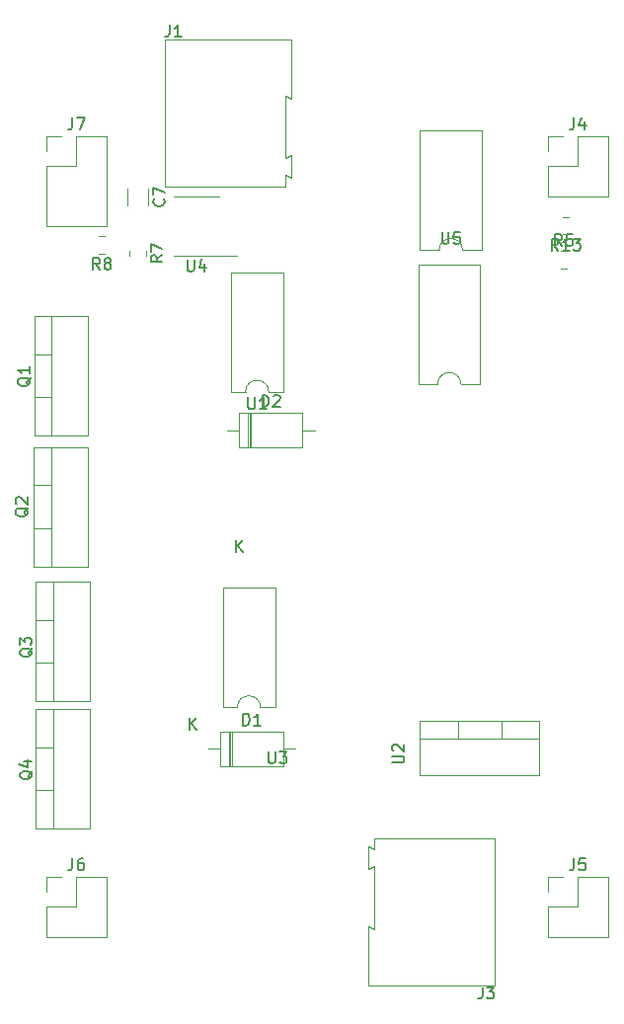
<source format=gbr>
%TF.GenerationSoftware,KiCad,Pcbnew,7.0.5*%
%TF.CreationDate,2023-11-23T21:46:28-03:00*%
%TF.ProjectId,Inversor,496e7665-7273-46f7-922e-6b696361645f,rev?*%
%TF.SameCoordinates,Original*%
%TF.FileFunction,Legend,Top*%
%TF.FilePolarity,Positive*%
%FSLAX46Y46*%
G04 Gerber Fmt 4.6, Leading zero omitted, Abs format (unit mm)*
G04 Created by KiCad (PCBNEW 7.0.5) date 2023-11-23 21:46:28*
%MOMM*%
%LPD*%
G01*
G04 APERTURE LIST*
%ADD10C,0.150000*%
%ADD11C,0.120000*%
G04 APERTURE END LIST*
D10*
%TO.C,U4*%
X70488095Y-74364819D02*
X70488095Y-75174342D01*
X70488095Y-75174342D02*
X70535714Y-75269580D01*
X70535714Y-75269580D02*
X70583333Y-75317200D01*
X70583333Y-75317200D02*
X70678571Y-75364819D01*
X70678571Y-75364819D02*
X70869047Y-75364819D01*
X70869047Y-75364819D02*
X70964285Y-75317200D01*
X70964285Y-75317200D02*
X71011904Y-75269580D01*
X71011904Y-75269580D02*
X71059523Y-75174342D01*
X71059523Y-75174342D02*
X71059523Y-74364819D01*
X71964285Y-74698152D02*
X71964285Y-75364819D01*
X71726190Y-74317200D02*
X71488095Y-75031485D01*
X71488095Y-75031485D02*
X72107142Y-75031485D01*
%TO.C,R8*%
X62983333Y-75224819D02*
X62650000Y-74748628D01*
X62411905Y-75224819D02*
X62411905Y-74224819D01*
X62411905Y-74224819D02*
X62792857Y-74224819D01*
X62792857Y-74224819D02*
X62888095Y-74272438D01*
X62888095Y-74272438D02*
X62935714Y-74320057D01*
X62935714Y-74320057D02*
X62983333Y-74415295D01*
X62983333Y-74415295D02*
X62983333Y-74558152D01*
X62983333Y-74558152D02*
X62935714Y-74653390D01*
X62935714Y-74653390D02*
X62888095Y-74701009D01*
X62888095Y-74701009D02*
X62792857Y-74748628D01*
X62792857Y-74748628D02*
X62411905Y-74748628D01*
X63554762Y-74653390D02*
X63459524Y-74605771D01*
X63459524Y-74605771D02*
X63411905Y-74558152D01*
X63411905Y-74558152D02*
X63364286Y-74462914D01*
X63364286Y-74462914D02*
X63364286Y-74415295D01*
X63364286Y-74415295D02*
X63411905Y-74320057D01*
X63411905Y-74320057D02*
X63459524Y-74272438D01*
X63459524Y-74272438D02*
X63554762Y-74224819D01*
X63554762Y-74224819D02*
X63745238Y-74224819D01*
X63745238Y-74224819D02*
X63840476Y-74272438D01*
X63840476Y-74272438D02*
X63888095Y-74320057D01*
X63888095Y-74320057D02*
X63935714Y-74415295D01*
X63935714Y-74415295D02*
X63935714Y-74462914D01*
X63935714Y-74462914D02*
X63888095Y-74558152D01*
X63888095Y-74558152D02*
X63840476Y-74605771D01*
X63840476Y-74605771D02*
X63745238Y-74653390D01*
X63745238Y-74653390D02*
X63554762Y-74653390D01*
X63554762Y-74653390D02*
X63459524Y-74701009D01*
X63459524Y-74701009D02*
X63411905Y-74748628D01*
X63411905Y-74748628D02*
X63364286Y-74843866D01*
X63364286Y-74843866D02*
X63364286Y-75034342D01*
X63364286Y-75034342D02*
X63411905Y-75129580D01*
X63411905Y-75129580D02*
X63459524Y-75177200D01*
X63459524Y-75177200D02*
X63554762Y-75224819D01*
X63554762Y-75224819D02*
X63745238Y-75224819D01*
X63745238Y-75224819D02*
X63840476Y-75177200D01*
X63840476Y-75177200D02*
X63888095Y-75129580D01*
X63888095Y-75129580D02*
X63935714Y-75034342D01*
X63935714Y-75034342D02*
X63935714Y-74843866D01*
X63935714Y-74843866D02*
X63888095Y-74748628D01*
X63888095Y-74748628D02*
X63840476Y-74701009D01*
X63840476Y-74701009D02*
X63745238Y-74653390D01*
%TO.C,R7*%
X68334819Y-73996666D02*
X67858628Y-74329999D01*
X68334819Y-74568094D02*
X67334819Y-74568094D01*
X67334819Y-74568094D02*
X67334819Y-74187142D01*
X67334819Y-74187142D02*
X67382438Y-74091904D01*
X67382438Y-74091904D02*
X67430057Y-74044285D01*
X67430057Y-74044285D02*
X67525295Y-73996666D01*
X67525295Y-73996666D02*
X67668152Y-73996666D01*
X67668152Y-73996666D02*
X67763390Y-74044285D01*
X67763390Y-74044285D02*
X67811009Y-74091904D01*
X67811009Y-74091904D02*
X67858628Y-74187142D01*
X67858628Y-74187142D02*
X67858628Y-74568094D01*
X67334819Y-73663332D02*
X67334819Y-72996666D01*
X67334819Y-72996666D02*
X68334819Y-73425237D01*
%TO.C,Q2*%
X56865057Y-95645238D02*
X56817438Y-95740476D01*
X56817438Y-95740476D02*
X56722200Y-95835714D01*
X56722200Y-95835714D02*
X56579342Y-95978571D01*
X56579342Y-95978571D02*
X56531723Y-96073809D01*
X56531723Y-96073809D02*
X56531723Y-96169047D01*
X56769819Y-96121428D02*
X56722200Y-96216666D01*
X56722200Y-96216666D02*
X56626961Y-96311904D01*
X56626961Y-96311904D02*
X56436485Y-96359523D01*
X56436485Y-96359523D02*
X56103152Y-96359523D01*
X56103152Y-96359523D02*
X55912676Y-96311904D01*
X55912676Y-96311904D02*
X55817438Y-96216666D01*
X55817438Y-96216666D02*
X55769819Y-96121428D01*
X55769819Y-96121428D02*
X55769819Y-95930952D01*
X55769819Y-95930952D02*
X55817438Y-95835714D01*
X55817438Y-95835714D02*
X55912676Y-95740476D01*
X55912676Y-95740476D02*
X56103152Y-95692857D01*
X56103152Y-95692857D02*
X56436485Y-95692857D01*
X56436485Y-95692857D02*
X56626961Y-95740476D01*
X56626961Y-95740476D02*
X56722200Y-95835714D01*
X56722200Y-95835714D02*
X56769819Y-95930952D01*
X56769819Y-95930952D02*
X56769819Y-96121428D01*
X55865057Y-95311904D02*
X55817438Y-95264285D01*
X55817438Y-95264285D02*
X55769819Y-95169047D01*
X55769819Y-95169047D02*
X55769819Y-94930952D01*
X55769819Y-94930952D02*
X55817438Y-94835714D01*
X55817438Y-94835714D02*
X55865057Y-94788095D01*
X55865057Y-94788095D02*
X55960295Y-94740476D01*
X55960295Y-94740476D02*
X56055533Y-94740476D01*
X56055533Y-94740476D02*
X56198390Y-94788095D01*
X56198390Y-94788095D02*
X56769819Y-95359523D01*
X56769819Y-95359523D02*
X56769819Y-94740476D01*
%TO.C,J1*%
X68976666Y-54254819D02*
X68976666Y-54969104D01*
X68976666Y-54969104D02*
X68929047Y-55111961D01*
X68929047Y-55111961D02*
X68833809Y-55207200D01*
X68833809Y-55207200D02*
X68690952Y-55254819D01*
X68690952Y-55254819D02*
X68595714Y-55254819D01*
X69976666Y-55254819D02*
X69405238Y-55254819D01*
X69690952Y-55254819D02*
X69690952Y-54254819D01*
X69690952Y-54254819D02*
X69595714Y-54397676D01*
X69595714Y-54397676D02*
X69500476Y-54492914D01*
X69500476Y-54492914D02*
X69405238Y-54540533D01*
%TO.C,D2*%
X76911905Y-86984819D02*
X76911905Y-85984819D01*
X76911905Y-85984819D02*
X77150000Y-85984819D01*
X77150000Y-85984819D02*
X77292857Y-86032438D01*
X77292857Y-86032438D02*
X77388095Y-86127676D01*
X77388095Y-86127676D02*
X77435714Y-86222914D01*
X77435714Y-86222914D02*
X77483333Y-86413390D01*
X77483333Y-86413390D02*
X77483333Y-86556247D01*
X77483333Y-86556247D02*
X77435714Y-86746723D01*
X77435714Y-86746723D02*
X77388095Y-86841961D01*
X77388095Y-86841961D02*
X77292857Y-86937200D01*
X77292857Y-86937200D02*
X77150000Y-86984819D01*
X77150000Y-86984819D02*
X76911905Y-86984819D01*
X77864286Y-86080057D02*
X77911905Y-86032438D01*
X77911905Y-86032438D02*
X78007143Y-85984819D01*
X78007143Y-85984819D02*
X78245238Y-85984819D01*
X78245238Y-85984819D02*
X78340476Y-86032438D01*
X78340476Y-86032438D02*
X78388095Y-86080057D01*
X78388095Y-86080057D02*
X78435714Y-86175295D01*
X78435714Y-86175295D02*
X78435714Y-86270533D01*
X78435714Y-86270533D02*
X78388095Y-86413390D01*
X78388095Y-86413390D02*
X77816667Y-86984819D01*
X77816667Y-86984819D02*
X78435714Y-86984819D01*
X74635595Y-99414819D02*
X74635595Y-98414819D01*
X75207023Y-99414819D02*
X74778452Y-98843390D01*
X75207023Y-98414819D02*
X74635595Y-98986247D01*
%TO.C,J7*%
X60641666Y-62211069D02*
X60641666Y-62925354D01*
X60641666Y-62925354D02*
X60594047Y-63068211D01*
X60594047Y-63068211D02*
X60498809Y-63163450D01*
X60498809Y-63163450D02*
X60355952Y-63211069D01*
X60355952Y-63211069D02*
X60260714Y-63211069D01*
X61022619Y-62211069D02*
X61689285Y-62211069D01*
X61689285Y-62211069D02*
X61260714Y-63211069D01*
%TO.C,U5*%
X92318095Y-72014819D02*
X92318095Y-72824342D01*
X92318095Y-72824342D02*
X92365714Y-72919580D01*
X92365714Y-72919580D02*
X92413333Y-72967200D01*
X92413333Y-72967200D02*
X92508571Y-73014819D01*
X92508571Y-73014819D02*
X92699047Y-73014819D01*
X92699047Y-73014819D02*
X92794285Y-72967200D01*
X92794285Y-72967200D02*
X92841904Y-72919580D01*
X92841904Y-72919580D02*
X92889523Y-72824342D01*
X92889523Y-72824342D02*
X92889523Y-72014819D01*
X93841904Y-72014819D02*
X93365714Y-72014819D01*
X93365714Y-72014819D02*
X93318095Y-72491009D01*
X93318095Y-72491009D02*
X93365714Y-72443390D01*
X93365714Y-72443390D02*
X93460952Y-72395771D01*
X93460952Y-72395771D02*
X93699047Y-72395771D01*
X93699047Y-72395771D02*
X93794285Y-72443390D01*
X93794285Y-72443390D02*
X93841904Y-72491009D01*
X93841904Y-72491009D02*
X93889523Y-72586247D01*
X93889523Y-72586247D02*
X93889523Y-72824342D01*
X93889523Y-72824342D02*
X93841904Y-72919580D01*
X93841904Y-72919580D02*
X93794285Y-72967200D01*
X93794285Y-72967200D02*
X93699047Y-73014819D01*
X93699047Y-73014819D02*
X93460952Y-73014819D01*
X93460952Y-73014819D02*
X93365714Y-72967200D01*
X93365714Y-72967200D02*
X93318095Y-72919580D01*
%TO.C,J4*%
X103641666Y-62211069D02*
X103641666Y-62925354D01*
X103641666Y-62925354D02*
X103594047Y-63068211D01*
X103594047Y-63068211D02*
X103498809Y-63163450D01*
X103498809Y-63163450D02*
X103355952Y-63211069D01*
X103355952Y-63211069D02*
X103260714Y-63211069D01*
X104546428Y-62544402D02*
X104546428Y-63211069D01*
X104308333Y-62163450D02*
X104070238Y-62877735D01*
X104070238Y-62877735D02*
X104689285Y-62877735D01*
%TO.C,Q1*%
X57052857Y-84464838D02*
X57005238Y-84560076D01*
X57005238Y-84560076D02*
X56910000Y-84655314D01*
X56910000Y-84655314D02*
X56767142Y-84798171D01*
X56767142Y-84798171D02*
X56719523Y-84893409D01*
X56719523Y-84893409D02*
X56719523Y-84988647D01*
X56957619Y-84941028D02*
X56910000Y-85036266D01*
X56910000Y-85036266D02*
X56814761Y-85131504D01*
X56814761Y-85131504D02*
X56624285Y-85179123D01*
X56624285Y-85179123D02*
X56290952Y-85179123D01*
X56290952Y-85179123D02*
X56100476Y-85131504D01*
X56100476Y-85131504D02*
X56005238Y-85036266D01*
X56005238Y-85036266D02*
X55957619Y-84941028D01*
X55957619Y-84941028D02*
X55957619Y-84750552D01*
X55957619Y-84750552D02*
X56005238Y-84655314D01*
X56005238Y-84655314D02*
X56100476Y-84560076D01*
X56100476Y-84560076D02*
X56290952Y-84512457D01*
X56290952Y-84512457D02*
X56624285Y-84512457D01*
X56624285Y-84512457D02*
X56814761Y-84560076D01*
X56814761Y-84560076D02*
X56910000Y-84655314D01*
X56910000Y-84655314D02*
X56957619Y-84750552D01*
X56957619Y-84750552D02*
X56957619Y-84941028D01*
X56957619Y-83560076D02*
X56957619Y-84131504D01*
X56957619Y-83845790D02*
X55957619Y-83845790D01*
X55957619Y-83845790D02*
X56100476Y-83941028D01*
X56100476Y-83941028D02*
X56195714Y-84036266D01*
X56195714Y-84036266D02*
X56243333Y-84131504D01*
%TO.C,U1*%
X75703095Y-86174819D02*
X75703095Y-86984342D01*
X75703095Y-86984342D02*
X75750714Y-87079580D01*
X75750714Y-87079580D02*
X75798333Y-87127200D01*
X75798333Y-87127200D02*
X75893571Y-87174819D01*
X75893571Y-87174819D02*
X76084047Y-87174819D01*
X76084047Y-87174819D02*
X76179285Y-87127200D01*
X76179285Y-87127200D02*
X76226904Y-87079580D01*
X76226904Y-87079580D02*
X76274523Y-86984342D01*
X76274523Y-86984342D02*
X76274523Y-86174819D01*
X77274523Y-87174819D02*
X76703095Y-87174819D01*
X76988809Y-87174819D02*
X76988809Y-86174819D01*
X76988809Y-86174819D02*
X76893571Y-86317676D01*
X76893571Y-86317676D02*
X76798333Y-86412914D01*
X76798333Y-86412914D02*
X76703095Y-86460533D01*
%TO.C,Q3*%
X57218857Y-107679638D02*
X57171238Y-107774876D01*
X57171238Y-107774876D02*
X57076000Y-107870114D01*
X57076000Y-107870114D02*
X56933142Y-108012971D01*
X56933142Y-108012971D02*
X56885523Y-108108209D01*
X56885523Y-108108209D02*
X56885523Y-108203447D01*
X57123619Y-108155828D02*
X57076000Y-108251066D01*
X57076000Y-108251066D02*
X56980761Y-108346304D01*
X56980761Y-108346304D02*
X56790285Y-108393923D01*
X56790285Y-108393923D02*
X56456952Y-108393923D01*
X56456952Y-108393923D02*
X56266476Y-108346304D01*
X56266476Y-108346304D02*
X56171238Y-108251066D01*
X56171238Y-108251066D02*
X56123619Y-108155828D01*
X56123619Y-108155828D02*
X56123619Y-107965352D01*
X56123619Y-107965352D02*
X56171238Y-107870114D01*
X56171238Y-107870114D02*
X56266476Y-107774876D01*
X56266476Y-107774876D02*
X56456952Y-107727257D01*
X56456952Y-107727257D02*
X56790285Y-107727257D01*
X56790285Y-107727257D02*
X56980761Y-107774876D01*
X56980761Y-107774876D02*
X57076000Y-107870114D01*
X57076000Y-107870114D02*
X57123619Y-107965352D01*
X57123619Y-107965352D02*
X57123619Y-108155828D01*
X56123619Y-107393923D02*
X56123619Y-106774876D01*
X56123619Y-106774876D02*
X56504571Y-107108209D01*
X56504571Y-107108209D02*
X56504571Y-106965352D01*
X56504571Y-106965352D02*
X56552190Y-106870114D01*
X56552190Y-106870114D02*
X56599809Y-106822495D01*
X56599809Y-106822495D02*
X56695047Y-106774876D01*
X56695047Y-106774876D02*
X56933142Y-106774876D01*
X56933142Y-106774876D02*
X57028380Y-106822495D01*
X57028380Y-106822495D02*
X57076000Y-106870114D01*
X57076000Y-106870114D02*
X57123619Y-106965352D01*
X57123619Y-106965352D02*
X57123619Y-107251066D01*
X57123619Y-107251066D02*
X57076000Y-107346304D01*
X57076000Y-107346304D02*
X57028380Y-107393923D01*
%TO.C,J6*%
X60641666Y-125711069D02*
X60641666Y-126425354D01*
X60641666Y-126425354D02*
X60594047Y-126568211D01*
X60594047Y-126568211D02*
X60498809Y-126663450D01*
X60498809Y-126663450D02*
X60355952Y-126711069D01*
X60355952Y-126711069D02*
X60260714Y-126711069D01*
X61546428Y-125711069D02*
X61355952Y-125711069D01*
X61355952Y-125711069D02*
X61260714Y-125758688D01*
X61260714Y-125758688D02*
X61213095Y-125806307D01*
X61213095Y-125806307D02*
X61117857Y-125949164D01*
X61117857Y-125949164D02*
X61070238Y-126139640D01*
X61070238Y-126139640D02*
X61070238Y-126520592D01*
X61070238Y-126520592D02*
X61117857Y-126615830D01*
X61117857Y-126615830D02*
X61165476Y-126663450D01*
X61165476Y-126663450D02*
X61260714Y-126711069D01*
X61260714Y-126711069D02*
X61451190Y-126711069D01*
X61451190Y-126711069D02*
X61546428Y-126663450D01*
X61546428Y-126663450D02*
X61594047Y-126615830D01*
X61594047Y-126615830D02*
X61641666Y-126520592D01*
X61641666Y-126520592D02*
X61641666Y-126282497D01*
X61641666Y-126282497D02*
X61594047Y-126187259D01*
X61594047Y-126187259D02*
X61546428Y-126139640D01*
X61546428Y-126139640D02*
X61451190Y-126092021D01*
X61451190Y-126092021D02*
X61260714Y-126092021D01*
X61260714Y-126092021D02*
X61165476Y-126139640D01*
X61165476Y-126139640D02*
X61117857Y-126187259D01*
X61117857Y-126187259D02*
X61070238Y-126282497D01*
%TO.C,U2*%
X88054819Y-117496904D02*
X88864342Y-117496904D01*
X88864342Y-117496904D02*
X88959580Y-117449285D01*
X88959580Y-117449285D02*
X89007200Y-117401666D01*
X89007200Y-117401666D02*
X89054819Y-117306428D01*
X89054819Y-117306428D02*
X89054819Y-117115952D01*
X89054819Y-117115952D02*
X89007200Y-117020714D01*
X89007200Y-117020714D02*
X88959580Y-116973095D01*
X88959580Y-116973095D02*
X88864342Y-116925476D01*
X88864342Y-116925476D02*
X88054819Y-116925476D01*
X88150057Y-116496904D02*
X88102438Y-116449285D01*
X88102438Y-116449285D02*
X88054819Y-116354047D01*
X88054819Y-116354047D02*
X88054819Y-116115952D01*
X88054819Y-116115952D02*
X88102438Y-116020714D01*
X88102438Y-116020714D02*
X88150057Y-115973095D01*
X88150057Y-115973095D02*
X88245295Y-115925476D01*
X88245295Y-115925476D02*
X88340533Y-115925476D01*
X88340533Y-115925476D02*
X88483390Y-115973095D01*
X88483390Y-115973095D02*
X89054819Y-116544523D01*
X89054819Y-116544523D02*
X89054819Y-115925476D01*
%TO.C,J5*%
X103641666Y-125711069D02*
X103641666Y-126425354D01*
X103641666Y-126425354D02*
X103594047Y-126568211D01*
X103594047Y-126568211D02*
X103498809Y-126663450D01*
X103498809Y-126663450D02*
X103355952Y-126711069D01*
X103355952Y-126711069D02*
X103260714Y-126711069D01*
X104594047Y-125711069D02*
X104117857Y-125711069D01*
X104117857Y-125711069D02*
X104070238Y-126187259D01*
X104070238Y-126187259D02*
X104117857Y-126139640D01*
X104117857Y-126139640D02*
X104213095Y-126092021D01*
X104213095Y-126092021D02*
X104451190Y-126092021D01*
X104451190Y-126092021D02*
X104546428Y-126139640D01*
X104546428Y-126139640D02*
X104594047Y-126187259D01*
X104594047Y-126187259D02*
X104641666Y-126282497D01*
X104641666Y-126282497D02*
X104641666Y-126520592D01*
X104641666Y-126520592D02*
X104594047Y-126615830D01*
X104594047Y-126615830D02*
X104546428Y-126663450D01*
X104546428Y-126663450D02*
X104451190Y-126711069D01*
X104451190Y-126711069D02*
X104213095Y-126711069D01*
X104213095Y-126711069D02*
X104117857Y-126663450D01*
X104117857Y-126663450D02*
X104070238Y-126615830D01*
%TO.C,D1*%
X75261905Y-114299819D02*
X75261905Y-113299819D01*
X75261905Y-113299819D02*
X75500000Y-113299819D01*
X75500000Y-113299819D02*
X75642857Y-113347438D01*
X75642857Y-113347438D02*
X75738095Y-113442676D01*
X75738095Y-113442676D02*
X75785714Y-113537914D01*
X75785714Y-113537914D02*
X75833333Y-113728390D01*
X75833333Y-113728390D02*
X75833333Y-113871247D01*
X75833333Y-113871247D02*
X75785714Y-114061723D01*
X75785714Y-114061723D02*
X75738095Y-114156961D01*
X75738095Y-114156961D02*
X75642857Y-114252200D01*
X75642857Y-114252200D02*
X75500000Y-114299819D01*
X75500000Y-114299819D02*
X75261905Y-114299819D01*
X76785714Y-114299819D02*
X76214286Y-114299819D01*
X76500000Y-114299819D02*
X76500000Y-113299819D01*
X76500000Y-113299819D02*
X76404762Y-113442676D01*
X76404762Y-113442676D02*
X76309524Y-113537914D01*
X76309524Y-113537914D02*
X76214286Y-113585533D01*
X70658095Y-114669819D02*
X70658095Y-113669819D01*
X71229523Y-114669819D02*
X70800952Y-114098390D01*
X71229523Y-113669819D02*
X70658095Y-114241247D01*
%TO.C,J3*%
X95781666Y-136744819D02*
X95781666Y-137459104D01*
X95781666Y-137459104D02*
X95734047Y-137601961D01*
X95734047Y-137601961D02*
X95638809Y-137697200D01*
X95638809Y-137697200D02*
X95495952Y-137744819D01*
X95495952Y-137744819D02*
X95400714Y-137744819D01*
X96162619Y-136744819D02*
X96781666Y-136744819D01*
X96781666Y-136744819D02*
X96448333Y-137125771D01*
X96448333Y-137125771D02*
X96591190Y-137125771D01*
X96591190Y-137125771D02*
X96686428Y-137173390D01*
X96686428Y-137173390D02*
X96734047Y-137221009D01*
X96734047Y-137221009D02*
X96781666Y-137316247D01*
X96781666Y-137316247D02*
X96781666Y-137554342D01*
X96781666Y-137554342D02*
X96734047Y-137649580D01*
X96734047Y-137649580D02*
X96686428Y-137697200D01*
X96686428Y-137697200D02*
X96591190Y-137744819D01*
X96591190Y-137744819D02*
X96305476Y-137744819D01*
X96305476Y-137744819D02*
X96210238Y-137697200D01*
X96210238Y-137697200D02*
X96162619Y-137649580D01*
%TO.C,Q4*%
X57208857Y-118194638D02*
X57161238Y-118289876D01*
X57161238Y-118289876D02*
X57066000Y-118385114D01*
X57066000Y-118385114D02*
X56923142Y-118527971D01*
X56923142Y-118527971D02*
X56875523Y-118623209D01*
X56875523Y-118623209D02*
X56875523Y-118718447D01*
X57113619Y-118670828D02*
X57066000Y-118766066D01*
X57066000Y-118766066D02*
X56970761Y-118861304D01*
X56970761Y-118861304D02*
X56780285Y-118908923D01*
X56780285Y-118908923D02*
X56446952Y-118908923D01*
X56446952Y-118908923D02*
X56256476Y-118861304D01*
X56256476Y-118861304D02*
X56161238Y-118766066D01*
X56161238Y-118766066D02*
X56113619Y-118670828D01*
X56113619Y-118670828D02*
X56113619Y-118480352D01*
X56113619Y-118480352D02*
X56161238Y-118385114D01*
X56161238Y-118385114D02*
X56256476Y-118289876D01*
X56256476Y-118289876D02*
X56446952Y-118242257D01*
X56446952Y-118242257D02*
X56780285Y-118242257D01*
X56780285Y-118242257D02*
X56970761Y-118289876D01*
X56970761Y-118289876D02*
X57066000Y-118385114D01*
X57066000Y-118385114D02*
X57113619Y-118480352D01*
X57113619Y-118480352D02*
X57113619Y-118670828D01*
X56446952Y-117385114D02*
X57113619Y-117385114D01*
X56066000Y-117623209D02*
X56780285Y-117861304D01*
X56780285Y-117861304D02*
X56780285Y-117242257D01*
%TO.C,U3*%
X77443595Y-116562819D02*
X77443595Y-117372342D01*
X77443595Y-117372342D02*
X77491214Y-117467580D01*
X77491214Y-117467580D02*
X77538833Y-117515200D01*
X77538833Y-117515200D02*
X77634071Y-117562819D01*
X77634071Y-117562819D02*
X77824547Y-117562819D01*
X77824547Y-117562819D02*
X77919785Y-117515200D01*
X77919785Y-117515200D02*
X77967404Y-117467580D01*
X77967404Y-117467580D02*
X78015023Y-117372342D01*
X78015023Y-117372342D02*
X78015023Y-116562819D01*
X78395976Y-116562819D02*
X79015023Y-116562819D01*
X79015023Y-116562819D02*
X78681690Y-116943771D01*
X78681690Y-116943771D02*
X78824547Y-116943771D01*
X78824547Y-116943771D02*
X78919785Y-116991390D01*
X78919785Y-116991390D02*
X78967404Y-117039009D01*
X78967404Y-117039009D02*
X79015023Y-117134247D01*
X79015023Y-117134247D02*
X79015023Y-117372342D01*
X79015023Y-117372342D02*
X78967404Y-117467580D01*
X78967404Y-117467580D02*
X78919785Y-117515200D01*
X78919785Y-117515200D02*
X78824547Y-117562819D01*
X78824547Y-117562819D02*
X78538833Y-117562819D01*
X78538833Y-117562819D02*
X78443595Y-117515200D01*
X78443595Y-117515200D02*
X78395976Y-117467580D01*
%TO.C,C7*%
X68459580Y-69166666D02*
X68507200Y-69214285D01*
X68507200Y-69214285D02*
X68554819Y-69357142D01*
X68554819Y-69357142D02*
X68554819Y-69452380D01*
X68554819Y-69452380D02*
X68507200Y-69595237D01*
X68507200Y-69595237D02*
X68411961Y-69690475D01*
X68411961Y-69690475D02*
X68316723Y-69738094D01*
X68316723Y-69738094D02*
X68126247Y-69785713D01*
X68126247Y-69785713D02*
X67983390Y-69785713D01*
X67983390Y-69785713D02*
X67792914Y-69738094D01*
X67792914Y-69738094D02*
X67697676Y-69690475D01*
X67697676Y-69690475D02*
X67602438Y-69595237D01*
X67602438Y-69595237D02*
X67554819Y-69452380D01*
X67554819Y-69452380D02*
X67554819Y-69357142D01*
X67554819Y-69357142D02*
X67602438Y-69214285D01*
X67602438Y-69214285D02*
X67650057Y-69166666D01*
X67554819Y-68833332D02*
X67554819Y-68166666D01*
X67554819Y-68166666D02*
X68554819Y-68595237D01*
%TO.C,R13*%
X102287142Y-73584819D02*
X101953809Y-73108628D01*
X101715714Y-73584819D02*
X101715714Y-72584819D01*
X101715714Y-72584819D02*
X102096666Y-72584819D01*
X102096666Y-72584819D02*
X102191904Y-72632438D01*
X102191904Y-72632438D02*
X102239523Y-72680057D01*
X102239523Y-72680057D02*
X102287142Y-72775295D01*
X102287142Y-72775295D02*
X102287142Y-72918152D01*
X102287142Y-72918152D02*
X102239523Y-73013390D01*
X102239523Y-73013390D02*
X102191904Y-73061009D01*
X102191904Y-73061009D02*
X102096666Y-73108628D01*
X102096666Y-73108628D02*
X101715714Y-73108628D01*
X103239523Y-73584819D02*
X102668095Y-73584819D01*
X102953809Y-73584819D02*
X102953809Y-72584819D01*
X102953809Y-72584819D02*
X102858571Y-72727676D01*
X102858571Y-72727676D02*
X102763333Y-72822914D01*
X102763333Y-72822914D02*
X102668095Y-72870533D01*
X103572857Y-72584819D02*
X104191904Y-72584819D01*
X104191904Y-72584819D02*
X103858571Y-72965771D01*
X103858571Y-72965771D02*
X104001428Y-72965771D01*
X104001428Y-72965771D02*
X104096666Y-73013390D01*
X104096666Y-73013390D02*
X104144285Y-73061009D01*
X104144285Y-73061009D02*
X104191904Y-73156247D01*
X104191904Y-73156247D02*
X104191904Y-73394342D01*
X104191904Y-73394342D02*
X104144285Y-73489580D01*
X104144285Y-73489580D02*
X104096666Y-73537200D01*
X104096666Y-73537200D02*
X104001428Y-73584819D01*
X104001428Y-73584819D02*
X103715714Y-73584819D01*
X103715714Y-73584819D02*
X103620476Y-73537200D01*
X103620476Y-73537200D02*
X103572857Y-73489580D01*
%TO.C,R5*%
X102613333Y-73194819D02*
X102280000Y-72718628D01*
X102041905Y-73194819D02*
X102041905Y-72194819D01*
X102041905Y-72194819D02*
X102422857Y-72194819D01*
X102422857Y-72194819D02*
X102518095Y-72242438D01*
X102518095Y-72242438D02*
X102565714Y-72290057D01*
X102565714Y-72290057D02*
X102613333Y-72385295D01*
X102613333Y-72385295D02*
X102613333Y-72528152D01*
X102613333Y-72528152D02*
X102565714Y-72623390D01*
X102565714Y-72623390D02*
X102518095Y-72671009D01*
X102518095Y-72671009D02*
X102422857Y-72718628D01*
X102422857Y-72718628D02*
X102041905Y-72718628D01*
X103518095Y-72194819D02*
X103041905Y-72194819D01*
X103041905Y-72194819D02*
X102994286Y-72671009D01*
X102994286Y-72671009D02*
X103041905Y-72623390D01*
X103041905Y-72623390D02*
X103137143Y-72575771D01*
X103137143Y-72575771D02*
X103375238Y-72575771D01*
X103375238Y-72575771D02*
X103470476Y-72623390D01*
X103470476Y-72623390D02*
X103518095Y-72671009D01*
X103518095Y-72671009D02*
X103565714Y-72766247D01*
X103565714Y-72766247D02*
X103565714Y-73004342D01*
X103565714Y-73004342D02*
X103518095Y-73099580D01*
X103518095Y-73099580D02*
X103470476Y-73147200D01*
X103470476Y-73147200D02*
X103375238Y-73194819D01*
X103375238Y-73194819D02*
X103137143Y-73194819D01*
X103137143Y-73194819D02*
X103041905Y-73147200D01*
X103041905Y-73147200D02*
X102994286Y-73099580D01*
D11*
%TO.C,U4*%
X71250000Y-74070000D02*
X69300000Y-74070000D01*
X71250000Y-74070000D02*
X74700000Y-74070000D01*
X71250000Y-68950000D02*
X69300000Y-68950000D01*
X71250000Y-68950000D02*
X73200000Y-68950000D01*
%TO.C,R8*%
X63377064Y-73855000D02*
X62922936Y-73855000D01*
X63377064Y-72385000D02*
X62922936Y-72385000D01*
%TO.C,R7*%
X66965000Y-73602936D02*
X66965000Y-74057064D01*
X65495000Y-73602936D02*
X65495000Y-74057064D01*
%TO.C,Q2*%
X57315000Y-100670000D02*
X61956000Y-100670000D01*
X57315000Y-100670000D02*
X57315000Y-90430000D01*
X58825000Y-100670000D02*
X58825000Y-90430000D01*
X61956000Y-100670000D02*
X61956000Y-90430000D01*
X57315000Y-97400000D02*
X58825000Y-97400000D01*
X57315000Y-93699000D02*
X58825000Y-93699000D01*
X57315000Y-90430000D02*
X61956000Y-90430000D01*
%TO.C,J1*%
X79430000Y-67390000D02*
X79430000Y-65490000D01*
X79430000Y-65490000D02*
X79430000Y-65440000D01*
X79430000Y-65440000D02*
X78930000Y-65690000D01*
X79430000Y-60590000D02*
X79430000Y-55490000D01*
X79430000Y-55490000D02*
X68580000Y-55490000D01*
X78930000Y-68090000D02*
X78930000Y-67140000D01*
X78930000Y-67140000D02*
X79430000Y-67390000D01*
X78930000Y-65690000D02*
X78930000Y-60290000D01*
X78930000Y-60290000D02*
X79430000Y-60590000D01*
X68580000Y-68090000D02*
X78930000Y-68090000D01*
X68580000Y-55490000D02*
X68580000Y-68090000D01*
%TO.C,D2*%
X73910000Y-89000000D02*
X74930000Y-89000000D01*
X74930000Y-87530000D02*
X74930000Y-90470000D01*
X74930000Y-90470000D02*
X80370000Y-90470000D01*
X75710000Y-87530000D02*
X75710000Y-90470000D01*
X75830000Y-87530000D02*
X75830000Y-90470000D01*
X75950000Y-87530000D02*
X75950000Y-90470000D01*
X80370000Y-87530000D02*
X74930000Y-87530000D01*
X80370000Y-90470000D02*
X80370000Y-87530000D01*
X81390000Y-89000000D02*
X80370000Y-89000000D01*
%TO.C,J7*%
X63575000Y-63756250D02*
X63575000Y-71496250D01*
X60975000Y-66356250D02*
X60975000Y-63756250D01*
X60975000Y-63756250D02*
X63575000Y-63756250D01*
X58375000Y-71496250D02*
X63575000Y-71496250D01*
X58375000Y-66356250D02*
X60975000Y-66356250D01*
X58375000Y-66356250D02*
X58375000Y-71496250D01*
X58375000Y-65086250D02*
X58375000Y-63756250D01*
X58375000Y-63756250D02*
X59705000Y-63756250D01*
%TO.C,U6*%
X95600000Y-85060000D02*
X95600000Y-74780000D01*
X95600000Y-74780000D02*
X90300000Y-74780000D01*
X93950000Y-85060000D02*
X95600000Y-85060000D01*
X90300000Y-85060000D02*
X91950000Y-85060000D01*
X90300000Y-74780000D02*
X90300000Y-85060000D01*
X93950000Y-85060000D02*
G75*
G03*
X91950000Y-85060000I-1000000J0D01*
G01*
%TO.C,U5*%
X95730000Y-73560000D02*
X95730000Y-63280000D01*
X95730000Y-63280000D02*
X90430000Y-63280000D01*
X94080000Y-73560000D02*
X95730000Y-73560000D01*
X90430000Y-73560000D02*
X92080000Y-73560000D01*
X90430000Y-63280000D02*
X90430000Y-73560000D01*
X94080000Y-73560000D02*
G75*
G03*
X92080000Y-73560000I-1000000J0D01*
G01*
%TO.C,J4*%
X106575000Y-63756250D02*
X106575000Y-68956250D01*
X103975000Y-66356250D02*
X103975000Y-63756250D01*
X103975000Y-63756250D02*
X106575000Y-63756250D01*
X101375000Y-68956250D02*
X106575000Y-68956250D01*
X101375000Y-66356250D02*
X103975000Y-66356250D01*
X101375000Y-66356250D02*
X101375000Y-68956250D01*
X101375000Y-65086250D02*
X101375000Y-63756250D01*
X101375000Y-63756250D02*
X102705000Y-63756250D01*
%TO.C,Q1*%
X57345000Y-89460000D02*
X61986000Y-89460000D01*
X57345000Y-89460000D02*
X57345000Y-79220000D01*
X58855000Y-89460000D02*
X58855000Y-79220000D01*
X61986000Y-89460000D02*
X61986000Y-79220000D01*
X57345000Y-86190000D02*
X58855000Y-86190000D01*
X57345000Y-82489000D02*
X58855000Y-82489000D01*
X57345000Y-79220000D02*
X61986000Y-79220000D01*
%TO.C,U1*%
X78715000Y-85720000D02*
X78715000Y-75440000D01*
X78715000Y-75440000D02*
X74215000Y-75440000D01*
X77465000Y-85720000D02*
X78715000Y-85720000D01*
X74215000Y-85720000D02*
X75465000Y-85720000D01*
X74215000Y-75440000D02*
X74215000Y-85720000D01*
X77465000Y-85720000D02*
G75*
G03*
X75465000Y-85720000I-1000000J0D01*
G01*
%TO.C,Q3*%
X57462800Y-112227600D02*
X62103800Y-112227600D01*
X57462800Y-112227600D02*
X57462800Y-101987600D01*
X58972800Y-112227600D02*
X58972800Y-101987600D01*
X62103800Y-112227600D02*
X62103800Y-101987600D01*
X57462800Y-108957600D02*
X58972800Y-108957600D01*
X57462800Y-105256600D02*
X58972800Y-105256600D01*
X57462800Y-101987600D02*
X62103800Y-101987600D01*
%TO.C,J6*%
X63575000Y-127256250D02*
X63575000Y-132456250D01*
X60975000Y-129856250D02*
X60975000Y-127256250D01*
X60975000Y-127256250D02*
X63575000Y-127256250D01*
X58375000Y-132456250D02*
X63575000Y-132456250D01*
X58375000Y-129856250D02*
X60975000Y-129856250D01*
X58375000Y-129856250D02*
X58375000Y-132456250D01*
X58375000Y-128586250D02*
X58375000Y-127256250D01*
X58375000Y-127256250D02*
X59705000Y-127256250D01*
%TO.C,U2*%
X90440000Y-113945000D02*
X90440000Y-118586000D01*
X90440000Y-113945000D02*
X100680000Y-113945000D01*
X90440000Y-115455000D02*
X100680000Y-115455000D01*
X90440000Y-118586000D02*
X100680000Y-118586000D01*
X93710000Y-113945000D02*
X93710000Y-115455000D01*
X97411000Y-113945000D02*
X97411000Y-115455000D01*
X100680000Y-113945000D02*
X100680000Y-118586000D01*
%TO.C,J5*%
X106575000Y-127256250D02*
X106575000Y-132456250D01*
X103975000Y-129856250D02*
X103975000Y-127256250D01*
X103975000Y-127256250D02*
X106575000Y-127256250D01*
X101375000Y-132456250D02*
X106575000Y-132456250D01*
X101375000Y-129856250D02*
X103975000Y-129856250D01*
X101375000Y-129856250D02*
X101375000Y-132456250D01*
X101375000Y-128586250D02*
X101375000Y-127256250D01*
X101375000Y-127256250D02*
X102705000Y-127256250D01*
%TO.C,D1*%
X72260000Y-116315000D02*
X73280000Y-116315000D01*
X73280000Y-114845000D02*
X73280000Y-117785000D01*
X73280000Y-117785000D02*
X78720000Y-117785000D01*
X74060000Y-114845000D02*
X74060000Y-117785000D01*
X74180000Y-114845000D02*
X74180000Y-117785000D01*
X74300000Y-114845000D02*
X74300000Y-117785000D01*
X78720000Y-114845000D02*
X73280000Y-114845000D01*
X78720000Y-117785000D02*
X78720000Y-114845000D01*
X79740000Y-116315000D02*
X78720000Y-116315000D01*
%TO.C,J3*%
X96845000Y-136600000D02*
X96845000Y-124000000D01*
X96845000Y-124000000D02*
X86495000Y-124000000D01*
X86495000Y-131800000D02*
X85995000Y-131500000D01*
X86495000Y-126400000D02*
X86495000Y-131800000D01*
X86495000Y-124950000D02*
X85995000Y-124700000D01*
X86495000Y-124000000D02*
X86495000Y-124950000D01*
X85995000Y-136600000D02*
X96845000Y-136600000D01*
X85995000Y-131500000D02*
X85995000Y-136600000D01*
X85995000Y-126650000D02*
X86495000Y-126400000D01*
X85995000Y-126600000D02*
X85995000Y-126650000D01*
X85995000Y-124700000D02*
X85995000Y-126600000D01*
%TO.C,Q4*%
X57490000Y-123150000D02*
X62131000Y-123150000D01*
X57490000Y-123150000D02*
X57490000Y-112910000D01*
X59000000Y-123150000D02*
X59000000Y-112910000D01*
X62131000Y-123150000D02*
X62131000Y-112910000D01*
X57490000Y-119880000D02*
X59000000Y-119880000D01*
X57490000Y-116179000D02*
X59000000Y-116179000D01*
X57490000Y-112910000D02*
X62131000Y-112910000D01*
%TO.C,U3*%
X78015000Y-112775000D02*
X78015000Y-102495000D01*
X78015000Y-102495000D02*
X73515000Y-102495000D01*
X76765000Y-112775000D02*
X78015000Y-112775000D01*
X73515000Y-112775000D02*
X74765000Y-112775000D01*
X73515000Y-102495000D02*
X73515000Y-112775000D01*
X76765000Y-112775000D02*
G75*
G03*
X74765000Y-112775000I-1000000J0D01*
G01*
%TO.C,C7*%
X67160000Y-68288748D02*
X67160000Y-69711252D01*
X65340000Y-68288748D02*
X65340000Y-69711252D01*
%TO.C,R13*%
X103157064Y-72215000D02*
X102702936Y-72215000D01*
X103157064Y-70745000D02*
X102702936Y-70745000D01*
%TO.C,R5*%
X102552936Y-73655000D02*
X103007064Y-73655000D01*
X102552936Y-75125000D02*
X103007064Y-75125000D01*
%TD*%
M02*

</source>
